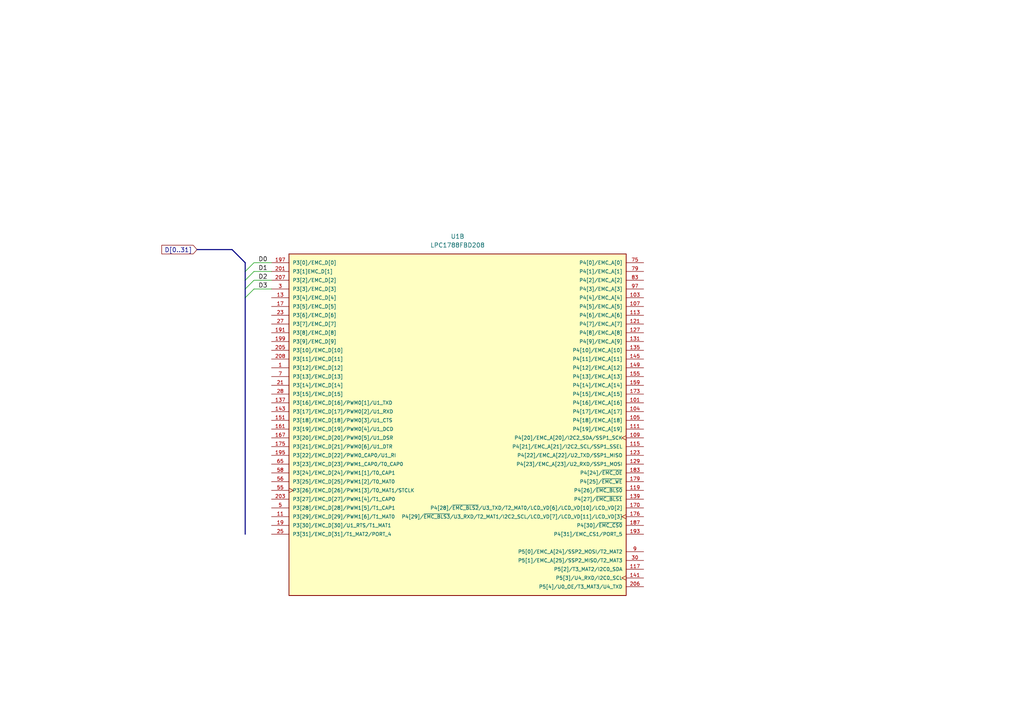
<source format=kicad_sch>
(kicad_sch (version 20231120) (generator "eeschema") (generator_version "8.0")
  (paper "A4")
  (lib_symbols
    (symbol "_MCU_NXP_LPC:LPC1788FBD208" (pin_names (offset 1.016))
      (property "Reference" "U" (at -58.5312 63.5809 0))
      (property "Value" "LPC1788FBD208" (at -58.5493 -63.6018 0))
      (symbol "LPC1788FBD208_1_0"
        (rectangle (start -83.82 -66.04) (end 83.82 60.96) (stroke (width 0.254)) (fill (type background)))
        (pin bidirectional clock (at -88.9 30.48 0) (length 5.08) (name "P0[11]/U2_RXD/I2C2_SCL/T3_MAT1") (number "100"))
        (pin bidirectional line (at 88.9 25.4 180) (length 5.08) (name "P2[13]/~{EINT3}/SD_DAT[3]/I2S_TX_SDA/LCD_VD[5]/LCD_VD[9]/LCD_VD[19]") (number "102"))
        (pin bidirectional line (at 88.9 27.94 180) (length 5.08) (name "P2[12]/~{EINT2}/SD_DAT[2]/I2S_TX_WS/LCD_VD[4]/LCD_VD[3]/LCD_VD[8]/LCD_VD[18]") (number "106"))
        (pin bidirectional clock (at 88.9 30.48 180) (length 5.08) (name "P2[11]/~{EINT1}/SD_DAT[1]/I2S_TX_SCK/LCD_CLKIN") (number "108"))
        (pin bidirectional line (at 88.9 33.02 180) (length 5.08) (name "P2[10]/~{EINT0}/~{NMI}") (number "110"))
        (pin bidirectional line (at -88.9 2.54 0) (length 5.08) (name "P0[22]/U1_RTS/SD_DAT[0]/U4_TXD/CAN_TD1") (number "116"))
        (pin bidirectional clock (at -88.9 5.08 0) (length 5.08) (name "P0[21]/U1_RI/SD_PWR/U4_OE/CAN_RD1/U4_SCLK") (number "118"))
        (pin bidirectional line (at -88.9 -7.62 0) (length 5.08) (name "P0[26]/ADC0_IN[3]/DAC_OUT/U3_RXD") (number "12"))
        (pin bidirectional clock (at -88.9 7.62 0) (length 5.08) (name "P0[20]/U1_DTR/SD_CMD/I2C1_SCL") (number "120"))
        (pin bidirectional line (at -88.9 10.16 0) (length 5.08) (name "P0[19]/U1_DSR/SD_CLK/I2C1_SDA") (number "122"))
        (pin bidirectional line (at -88.9 12.7 0) (length 5.08) (name "P0[18]/U1_DCD/SSP0_MOSI") (number "124"))
        (pin bidirectional line (at -88.9 15.24 0) (length 5.08) (name "P0[17]/U1_CTS/SSP0_MISO") (number "126"))
        (pin bidirectional clock (at -88.9 20.32 0) (length 5.08) (name "P0[15]/U1_TXD/SSP0_SCK") (number "128"))
        (pin bidirectional line (at -88.9 17.78 0) (length 5.08) (name "P0[16]/U1_RXD/SSP0_SSEL") (number "130"))
        (pin bidirectional line (at 88.9 35.56 180) (length 5.08) (name "P2[9]/USB_CONNECT1/U2_RXD/U4_RXD/ENET_MDIO/LCD_VD[3]/LCD_VD[7]") (number "132"))
        (pin bidirectional line (at 88.9 38.1 180) (length 5.08) (name "P2[8]/CAN_TD2/U2_TXD/U1_CTS/ENET_MDC/LCD_VD[2]/LCD_VD[6]") (number "134"))
        (pin bidirectional line (at 88.9 40.64 180) (length 5.08) (name "P2[7]/CAN_RD2/U1_RTS/LCD_VD[1]/LCD_VD[5]") (number "136"))
        (pin bidirectional clock (at 88.9 43.18 180) (length 5.08) (name "P2[6]/PWM1_CAP0/U1_RI/T2_CAP0/U2_OE/TRACECLK/LCD_VD[0]/LCD_VD[4]") (number "138"))
        (pin bidirectional line (at -88.9 -5.08 0) (length 5.08) (name "P0[25]/ADC0_IN[2]/I2S_RX_SDA/U3_TXD") (number "14"))
        (pin bidirectional line (at 88.9 45.72 180) (length 5.08) (name "P2[5]/PWM1[6]/U1_DTR/T2_MAT0/TRACEDATA[0]/LCD_LP") (number "140"))
        (pin bidirectional line (at 88.9 48.26 180) (length 5.08) (name "P2[4]/PWM1[5]/U1_DSR/T2_MAT1/TRACEDATA[1]/LCD_ENAB_M") (number "142"))
        (pin bidirectional line (at 88.9 50.8 180) (length 5.08) (name "P2[3]/PWM1[4]/U1_DCD/T2_MAT2/TRACEDATA[2]/LCD_FP") (number "144"))
        (pin bidirectional line (at -88.9 -58.42 0) (length 5.08) (name "P1[13]/ENET_RX_DV") (number "147"))
        (pin bidirectional clock (at 88.9 53.34 180) (length 5.08) (name "P2[2]/PWM1[3]/U1_CTS/T2_MAT3/TRACEDATA[3]/LCD_DCLK") (number "150"))
        (pin bidirectional line (at 88.9 55.88 180) (length 5.08) (name "P2[1]/PWM1[2]/U1_RXD/LCD_LE") (number "152"))
        (pin bidirectional line (at -88.9 -43.18 0) (length 5.08) (name "P1[7]/ENET_COL/SD_DAT[1]/PWM0[5]") (number "153"))
        (pin bidirectional line (at 88.9 58.42 180) (length 5.08) (name "P2[0]/PWM1[1]/U1_TXD/LCD_PWR") (number "154"))
        (pin bidirectional line (at -88.9 -38.1 0) (length 5.08) (name "P1[5]/ENET_TX_ER/SD_PWR/PWM0[3]") (number "156"))
        (pin bidirectional line (at -88.9 -55.88 0) (length 5.08) (name "P1[12]/ENET_RXD3/SD_DAT[3]/PWM0_CAP0") (number "157"))
        (pin bidirectional line (at -88.9 35.56 0) (length 5.08) (name "P0[9]/I2S_TX_SDA/SSP1_MOSI/T2_MAT3/RTC_EV2/LCD_VD[17") (number "158"))
        (pin bidirectional line (at -88.9 -2.54 0) (length 5.08) (name "P0[24]/ADC0_IN[1]/I2S_RX_WS/T3_CAP1") (number "16"))
        (pin bidirectional line (at -88.9 38.1 0) (length 5.08) (name "P0[8]/I2S_TX_WS/SSP1_MISO/T2_MAT2/RTC_EV1/LCD_VD[16]") (number "160"))
        (pin bidirectional clock (at -88.9 40.64 0) (length 5.08) (name "P0[7]/I2S_TX_SCK/SSP1_SCK/T2_MAT1/RTC_EV0/LCD_VD[9]") (number "162"))
        (pin bidirectional line (at -88.9 -53.34 0) (length 5.08) (name "P1[11]/ENET_RXD2/SD_DAT[2]/PWM0[6]") (number "163"))
        (pin bidirectional line (at -88.9 43.18 0) (length 5.08) (name "P0[6]/I2S_RX_SDA/SSP1_SSEL/T2_MAT0/U1_RTS/LCD_VD[8]") (number "164"))
        (pin bidirectional line (at -88.9 45.72 0) (length 5.08) (name "P0[5]/I2S_RX_WS/CAN_TD2/T2_CAP1/LCD_VD[1]") (number "166"))
        (pin bidirectional clock (at -88.9 48.26 0) (length 5.08) (name "P0[4]/I2S_RX_SCK/CAN_RD2/T2_CAP0/LCD_VD[0]") (number "168"))
        (pin bidirectional clock (at -88.9 -40.64 0) (length 5.08) (name "P1[6]/ENET_TX_CLK/SD_DAT[0]/PWM0[4]") (number "171"))
        (pin bidirectional line (at -88.9 -33.02 0) (length 5.08) (name "P1[3]/ENET_TXD3/SD_CMD/PWM0[2]") (number "177"))
        (pin bidirectional clock (at 88.9 -60.96 180) (length 5.08) (name "P1[17]/ENET_MDIO/I2S_RX_MCLK") (number "178"))
        (pin bidirectional clock (at -88.9 0 0) (length 5.08) (name "P0[23]/ADC0_IN[0]/I2S_RX_SCK/T3_CAP0") (number "18"))
        (pin bidirectional clock (at 88.9 -63.5 180) (length 5.08) (name "P1[16]/ENET_MDC/I2S_TX_MCLK") (number "180"))
        (pin bidirectional clock (at -88.9 -63.5 0) (length 5.08) (name "P1[15]/ENET_RX_CLK(ENET_REF_CLK)/I2C2_SDA") (number "182"))
        (pin bidirectional line (at -88.9 -60.96 0) (length 5.08) (name "P1[14]/ENET_RX_ER/T2_CAP0") (number "184"))
        (pin bidirectional clock (at -88.9 -30.48 0) (length 5.08) (name "P1[2]/ENET_TXD2/SD_CLK/PWM0[1]") (number "185"))
        (pin bidirectional line (at -88.9 -50.8 0) (length 5.08) (name "P1[10]/ENET_RXD1/T3_CAP0") (number "186"))
        (pin bidirectional line (at -88.9 -48.26 0) (length 5.08) (name "P1[9]/ENET_RXD0/T3_MAT0") (number "188"))
        (pin bidirectional line (at -88.9 -45.72 0) (length 5.08) (name "P1[8]/ENET_CRS(ENET_CRS_DV)/T3_MAT1/SSP2_SSEL") (number "190"))
        (pin bidirectional line (at -88.9 -35.56 0) (length 5.08) (name "P1[4]/ENET_TX_EN/T3_MAT2/SSP2_MISO") (number "192"))
        (pin bidirectional line (at -88.9 -27.94 0) (length 5.08) (name "P1[1]/ENET_TXD1/T3_MAT3/SSP2_MOSI") (number "194"))
        (pin bidirectional clock (at -88.9 -25.4 0) (length 5.08) (name "P1[0]/ENET_TXD0/T3_CAP1/SSP2_SCK") (number "196"))
        (pin bidirectional line (at -88.9 53.34 0) (length 5.08) (name "P0[2]/U0_TXD/U3_TXD///") (number "202"))
        (pin bidirectional line (at -88.9 50.8 0) (length 5.08) (name "P0[3]/U0_RXD/U3_RXD") (number "204"))
        (pin bidirectional line (at 88.9 -17.78 180) (length 5.08) (name "P2[30]/EMC_DQM2/I2C2_SDA/T3_MAT2") (number "31"))
        (pin bidirectional line (at 88.9 -20.32 180) (length 5.08) (name "P2[31]/EMC_DQM3/I2C2_SCL/T3_MAT3/PORT_3") (number "39"))
        (pin bidirectional clock (at 88.9 -25.4 180) (length 5.08) (name "P1[31]/~{USB_OVRCR2}/SSP1_SCK/ADC0_IN[5]/I2C0_SCL/PORT_2") (number "40"))
        (pin bidirectional line (at -88.9 27.94 0) (length 5.08) (name "P0[12]/~{USB_PPWR2}/SSP1_MISO/ADC0_IN[6]") (number "41"))
        (pin bidirectional line (at 88.9 -27.94 180) (length 5.08) (name "P1[30]/USB_PWRD2/USB_VBUS/ADC0_IN[4]/I2C0_SDA/U3_OE") (number "42"))
        (pin bidirectional line (at 88.9 -15.24 180) (length 5.08) (name "P2[29]/EMC_DQM1") (number "43"))
        (pin bidirectional line (at -88.9 25.4 0) (length 5.08) (name "P0[13]/USB_UP_LED2/SSP1_MOSI/ADC0_IN[7]") (number "45"))
        (pin bidirectional line (at 88.9 -10.16 180) (length 5.08) (name "P2[27]/EMC_CKE3/SSP0_MOSI/T3_MAT1") (number "47"))
        (pin bidirectional clock (at -88.9 -12.7 0) (length 5.08) (name "P0[28]/I2C0_SCL/USB_SCL1") (number "48"))
        (pin bidirectional line (at 88.9 -12.7 180) (length 5.08) (name "P2[28]/EMC_DQM0") (number "49"))
        (pin bidirectional line (at -88.9 -10.16 0) (length 5.08) (name "P0[27]/I2C0_SDA/USB_SDA1") (number "50"))
        (pin bidirectional line (at -88.9 -20.32 0) (length 5.08) (name "P0[31]/USB_D+2/PORT_1") (number "51"))
        (pin bidirectional line (at 88.9 -2.54 180) (length 5.08) (name "P2[24]/EMC_CKE0") (number "53"))
        (pin bidirectional line (at 88.9 -5.08 180) (length 5.08) (name "P2[25]/EMC_CKE1") (number "54"))
        (pin bidirectional line (at 88.9 -7.62 180) (length 5.08) (name "P2[26]/EMC_CKE2/SSP0_MISO/T3_MAT0") (number "57"))
        (pin bidirectional clock (at 88.9 12.7 180) (length 5.08) (name "P2[18]/EMC_CLK[0]") (number "59"))
        (pin bidirectional line (at -88.9 -15.24 0) (length 5.08) (name "P0[29]/USB_D+1/~{EINT0}/") (number "61"))
        (pin bidirectional line (at -88.9 -17.78 0) (length 5.08) (name "P0[30]/USB_D1-1/~{EINT1}") (number "62"))
        (pin bidirectional line (at 88.9 0 180) (length 5.08) (name "P2[23]/~{EMC_DYCS3}/SSP0_SSEL/T3_CAP1") (number "64"))
        (pin bidirectional line (at 88.9 -58.42 180) (length 5.08) (name "P1[18]/USB_UP_LED1/PWM1[1]/T1_CAP0/SSP1_MISO") (number "66"))
        (pin bidirectional clock (at 88.9 10.16 180) (length 5.08) (name "P2[19]/EMC_CLK[1]") (number "67"))
        (pin bidirectional line (at 88.9 -55.88 180) (length 5.08) (name "P1[19]/~{USB_TX_E1}/~{USB_PPWR1}/T1_CAP1/MC_0A/SSP1_SCK/U2_OE") (number "68"))
        (pin bidirectional line (at -88.9 22.86 0) (length 5.08) (name "P0[14]/~{USB_HSTEN2}/SSP1_SSEL/USB_CONNECT2//") (number "69"))
        (pin bidirectional clock (at 88.9 -53.34 180) (length 5.08) (name "P1[20]/USB_TX_DP1/PWM1[2]/QEI_PHA/MC_FB0/SSP0_SCK/LCD_VD[6]/LCD_VD[10]") (number "70"))
        (pin bidirectional line (at 88.9 -50.8 180) (length 5.08) (name "P1[21]/USB_TX_DM1/PWM1[3]/SSP0_SSEL/~{MC_ABORT}/LCD_VD[7]/LCD_VD[11]") (number "72"))
        (pin bidirectional line (at 88.9 7.62 180) (length 5.08) (name "P2[20]/~{EMC_DYCS0}") (number "73"))
        (pin bidirectional line (at 88.9 -48.26 180) (length 5.08) (name "P1[22]/USB_RCV1/USB_PWRD1/T1_MAT0/MC_0B/SSP1_MOSI/LCD_VD[8]/LCD_VD[12]") (number "74"))
        (pin bidirectional line (at 88.9 -45.72 180) (length 5.08) (name "P1[23]/USB_RX_DP1/PWM1[4]/QEI_PHB/MC_FB1/SSP0_MISO/LCD_VD[9]/LCD_VD[13]") (number "76"))
        (pin bidirectional line (at 88.9 -43.18 180) (length 5.08) (name "P1[24]/USB_RX_DM1/PWM1[5]/QEI_IDX/MC_FB2/SSP0_MOSI/LCD_VD[10]/LCD_VD[14]") (number "78"))
        (pin bidirectional clock (at 88.9 -40.64 180) (length 5.08) (name "P1[25]/~{USB_LS1}/~{USB_HSTEN1}/T1_MAT1/MC_1A/CLKOUT/LCD_VD[11]/LCD_VD[15]") (number "80"))
        (pin bidirectional line (at 88.9 5.08 180) (length 5.08) (name "P2[21]/~{EMC_DYCS1}") (number "81"))
        (pin bidirectional line (at 88.9 -38.1 180) (length 5.08) (name "P1[26]/~{USB_SSPND1}/PWM1[6]/T0_CAP0/MC_1B/SSP1_SSEL/LCD_VD[12]/LCD_VD[20]") (number "82"))
        (pin bidirectional clock (at 88.9 2.54 180) (length 5.08) (name "P2[22]/~{EMC_DYCS2}/SSP0_SCK/T3_CAP0") (number "85"))
        (pin bidirectional line (at 88.9 17.78 180) (length 5.08) (name "P2[16]/~{EMC_CAS}") (number "87"))
        (pin bidirectional clock (at 88.9 -35.56 180) (length 5.08) (name "P1[27]/~{USB_INT1}/~{USB_OVRCR1}/T0_CAP1/CLKOUT/LCD_VD[13]/LCD_VD[21]") (number "88"))
        (pin bidirectional line (at 88.9 -33.02 180) (length 5.08) (name "P1[28]/USB_SCL1/PWM1_CAP0/T0_MAT0/MC_2A/SSP0_SSEL/LCD_VD[14]/LCD_VD[22]") (number "90"))
        (pin bidirectional line (at 88.9 22.86 180) (length 5.08) (name "P2[14]/~{EMC_CS2}/I2C1_SDA/T2_CAP0") (number "91"))
        (pin bidirectional line (at 88.9 -30.48 180) (length 5.08) (name "P1[29]/USB_SDA1/PWM1_CAP1/T0_MAT1/MC_2B/U4_TXD/LCD_VD[15]/LCD_VD[23]") (number "92"))
        (pin bidirectional line (at -88.9 58.42 0) (length 5.08) (name "P0[0]/CAN_RD1/U3_TXD/I2C1_SDA/U0_TXD") (number "94"))
        (pin bidirectional line (at 88.9 15.24 180) (length 5.08) (name "P2[17]/~{EMC_RAS}") (number "95"))
        (pin bidirectional line (at -88.9 55.88 0) (length 5.08) (name "P0[1]/CAN_TD1/U3_RXD/I2C1_SCL/U0_RXD") (number "96"))
        (pin bidirectional line (at -88.9 33.02 0) (length 5.08) (name "P0[10]/U2_TXD/I2C2_SDA/T3_MAT0") (number "98"))
        (pin bidirectional clock (at 88.9 20.32 180) (length 5.08) (name "P2[15]/~{EMC_CS3}/I2C1_SCL/T2_CAP1") (number "99"))
      )
      (symbol "LPC1788FBD208_2_0"
        (rectangle (start -50.8 50.8) (end 46.99 -48.26) (stroke (width 0.254)) (fill (type background)))
        (pin bidirectional line (at -55.88 17.78 0) (length 5.08) (name "P3[12]/EMC_D[12]") (number "1"))
        (pin bidirectional line (at 52.07 7.62 180) (length 5.08) (name "P4[16]/EMC_A[16]") (number "101"))
        (pin bidirectional line (at 52.07 38.1 180) (length 5.08) (name "P4[4]/EMC_A[4]") (number "103"))
        (pin bidirectional line (at 52.07 5.08 180) (length 5.08) (name "P4[17]/EMC_A[17]") (number "104"))
        (pin bidirectional line (at 52.07 2.54 180) (length 5.08) (name "P4[18]/EMC_A[18]") (number "105"))
        (pin bidirectional line (at 52.07 35.56 180) (length 5.08) (name "P4[5]/EMC_A[5]") (number "107"))
        (pin bidirectional clock (at 52.07 -2.54 180) (length 5.08) (name "P4[20]/EMC_A[20]/I2C2_SDA/SSP1_SCK") (number "109"))
        (pin bidirectional line (at -55.88 -25.4 0) (length 5.08) (name "P3[29]/EMC_D[29]/PWM1[6]/T1_MAT0") (number "11"))
        (pin bidirectional line (at 52.07 0 180) (length 5.08) (name "P4[19]/EMC_A[19]") (number "111"))
        (pin bidirectional line (at 52.07 33.02 180) (length 5.08) (name "P4[6]/EMC_A[6]") (number "113"))
        (pin bidirectional line (at 52.07 -5.08 180) (length 5.08) (name "P4[21]/EMC_A[21]/I2C2_SCL/SSP1_SSEL") (number "115"))
        (pin bidirectional line (at 52.07 -40.64 180) (length 5.08) (name "P5[2]/T3_MAT2/I2C0_SDA") (number "117"))
        (pin bidirectional line (at 52.07 -17.78 180) (length 5.08) (name "P4[26]/~{EMC_BLS0}") (number "119"))
        (pin bidirectional line (at 52.07 30.48 180) (length 5.08) (name "P4[7]/EMC_A[7]") (number "121"))
        (pin bidirectional line (at 52.07 -7.62 180) (length 5.08) (name "P4[22]/EMC_A[22]/U2_TXD/SSP1_MISO") (number "123"))
        (pin bidirectional line (at 52.07 27.94 180) (length 5.08) (name "P4[8]/EMC_A[8]") (number "127"))
        (pin bidirectional line (at 52.07 -10.16 180) (length 5.08) (name "P4[23]/EMC_A[23]/U2_RXD/SSP1_MOSI") (number "129"))
        (pin bidirectional line (at -55.88 38.1 0) (length 5.08) (name "P3[4]/EMC_D[4]") (number "13"))
        (pin bidirectional line (at 52.07 25.4 180) (length 5.08) (name "P4[9]/EMC_A[9]") (number "131"))
        (pin bidirectional line (at 52.07 22.86 180) (length 5.08) (name "P4[10]/EMC_A[10]") (number "135"))
        (pin bidirectional line (at -55.88 7.62 0) (length 5.08) (name "P3[16]/EMC_D[16]/PWM0[1]/U1_TXD") (number "137"))
        (pin bidirectional line (at 52.07 -20.32 180) (length 5.08) (name "P4[27]/~{EMC_BLS1}") (number "139"))
        (pin bidirectional clock (at 52.07 -43.18 180) (length 5.08) (name "P5[3]/U4_RXD/I2C0_SCL") (number "141"))
        (pin bidirectional line (at -55.88 5.08 0) (length 5.08) (name "P3[17]/EMC_D[17]/PWM0[2]/U1_RXD") (number "143"))
        (pin bidirectional line (at 52.07 20.32 180) (length 5.08) (name "P4[11]/EMC_A[11]") (number "145"))
        (pin bidirectional line (at 52.07 17.78 180) (length 5.08) (name "P4[12]/EMC_A[12]") (number "149"))
        (pin bidirectional line (at -55.88 2.54 0) (length 5.08) (name "P3[18]/EMC_D[18]/PWM0[3]/U1_CTS") (number "151"))
        (pin bidirectional line (at 52.07 15.24 180) (length 5.08) (name "P4[13]/EMC_A[13]") (number "155"))
        (pin bidirectional line (at 52.07 12.7 180) (length 5.08) (name "P4[14]/EMC_A[14]") (number "159"))
        (pin bidirectional line (at -55.88 0 0) (length 5.08) (name "P3[19]/EMC_D[19]/PWM0[4]/U1_DCD") (number "161"))
        (pin bidirectional line (at -55.88 -2.54 0) (length 5.08) (name "P3[20]/EMC_D[20]/PWM0[5]/U1_DSR") (number "167"))
        (pin bidirectional line (at -55.88 35.56 0) (length 5.08) (name "P3[5]/EMC_D[5]") (number "17"))
        (pin bidirectional line (at 52.07 -22.86 180) (length 5.08) (name "P4[28]/~{EMC_BLS2}/U3_TXD/T2_MAT0/LCD_VD[6]/LCD_VD[10]/LCD_VD[2]") (number "170"))
        (pin bidirectional line (at 52.07 10.16 180) (length 5.08) (name "P4[15]/EMC_A[15]") (number "173"))
        (pin bidirectional line (at -55.88 -5.08 0) (length 5.08) (name "P3[21]/EMC_D[21]/PWM0[6]/U1_DTR") (number "175"))
        (pin bidirectional clock (at 52.07 -25.4 180) (length 5.08) (name "P4[29]/~{EMC_BLS3}/U3_RXD/T2_MAT1/I2C2_SCL/LCD_VD[7]/LCD_VD[11]/LCD_VD[3]") (number "176"))
        (pin bidirectional line (at 52.07 -15.24 180) (length 5.08) (name "P4[25]/~{EMC_WE}") (number "179"))
        (pin bidirectional line (at 52.07 -12.7 180) (length 5.08) (name "P4[24]/~{EMC_OE}") (number "183"))
        (pin bidirectional line (at 52.07 -27.94 180) (length 5.08) (name "P4[30]/~{EMC_CS0}") (number "187"))
        (pin bidirectional line (at -55.88 -27.94 0) (length 5.08) (name "P3[30]/EMC_D[30]/U1_RTS/T1_MAT1") (number "19"))
        (pin bidirectional line (at -55.88 27.94 0) (length 5.08) (name "P3[8]/EMC_D[8]") (number "191"))
        (pin bidirectional line (at 52.07 -30.48 180) (length 5.08) (name "P4[31]/EMC_CS1/PORT_5") (number "193"))
        (pin bidirectional line (at -55.88 -7.62 0) (length 5.08) (name "P3[22]/EMC_D[22]/PWM0_CAP0/U1_RI") (number "195"))
        (pin bidirectional line (at -55.88 48.26 0) (length 5.08) (name "P3[0]/EMC_D[0]") (number "197"))
        (pin bidirectional line (at -55.88 25.4 0) (length 5.08) (name "P3[9]/EMC_D[9]") (number "199"))
        (pin bidirectional line (at -55.88 45.72 0) (length 5.08) (name "P3[1]EMC_D[1]") (number "201"))
        (pin bidirectional line (at -55.88 -20.32 0) (length 5.08) (name "P3[27]/EMC_D[27]/PWM1[4]/T1_CAP0") (number "203"))
        (pin bidirectional line (at -55.88 22.86 0) (length 5.08) (name "P3[10]/EMC_D[10]") (number "205"))
        (pin bidirectional line (at 52.07 -45.72 180) (length 5.08) (name "P5[4]/U0_OE/T3_MAT3/U4_TXD") (number "206"))
        (pin bidirectional line (at -55.88 43.18 0) (length 5.08) (name "P3[2]/EMC_D[2]") (number "207"))
        (pin bidirectional line (at -55.88 20.32 0) (length 5.08) (name "P3[11]/EMC_D[11]") (number "208"))
        (pin bidirectional line (at -55.88 12.7 0) (length 5.08) (name "P3[14]/EMC_D[14]") (number "21"))
        (pin bidirectional line (at -55.88 33.02 0) (length 5.08) (name "P3[6]/EMC_D[6]") (number "23"))
        (pin bidirectional line (at -55.88 -30.48 0) (length 5.08) (name "P3[31]/EMC_D[31]/T1_MAT2/PORT_4") (number "25"))
        (pin bidirectional line (at -55.88 30.48 0) (length 5.08) (name "P3[7]/EMC_D[7]") (number "27"))
        (pin bidirectional line (at -55.88 10.16 0) (length 5.08) (name "P3[15]/EMC_D[15]") (number "28"))
        (pin bidirectional line (at -55.88 40.64 0) (length 5.08) (name "P3[3]/EMC_D[3]") (number "3"))
        (pin bidirectional line (at 52.07 -38.1 180) (length 5.08) (name "P5[1]/EMC_A[25]/SSP2_MISO/T2_MAT3") (number "30"))
        (pin bidirectional line (at -55.88 -22.86 0) (length 5.08) (name "P3[28]/EMC_D[28]/PWM1[5]/T1_CAP1") (number "5"))
        (pin bidirectional clock (at -55.88 -17.78 0) (length 5.08) (name "P3[26]/EMC_D[26]/PWM1[3]/T0_MAT1/STCLK") (number "55"))
        (pin bidirectional line (at -55.88 -15.24 0) (length 5.08) (name "P3[25]/EMC_D[25]/PWM1[2]/T0_MAT0") (number "56"))
        (pin bidirectional line (at -55.88 -12.7 0) (length 5.08) (name "P3[24]/EMC_D[24]/PWM1[1]/T0_CAP1") (number "58"))
        (pin bidirectional line (at -55.88 -10.16 0) (length 5.08) (name "P3[23]/EMC_D[23]/PWM1_CAP0/T0_CAP0") (number "65"))
        (pin bidirectional line (at -55.88 15.24 0) (length 5.08) (name "P3[13]/EMC_D[13]") (number "7"))
        (pin bidirectional line (at 52.07 48.26 180) (length 5.08) (name "P4[0]/EMC_A[0]") (number "75"))
        (pin bidirectional line (at 52.07 45.72 180) (length 5.08) (name "P4[1]/EMC_A[1]") (number "79"))
        (pin bidirectional line (at 52.07 43.18 180) (length 5.08) (name "P4[2]/EMC_A[2]") (number "83"))
        (pin bidirectional line (at 52.07 -35.56 180) (length 5.08) (name "P5[0]/EMC_A[24]/SSP2_MOSI/T2_MAT2") (number "9"))
        (pin bidirectional line (at 52.07 40.64 180) (length 5.08) (name "P4[3]/EMC_A[3]") (number "97"))
      )
      (symbol "LPC1788FBD208_3_0"
        (rectangle (start -22.86 -27.94) (end 20.32 22.86) (stroke (width 0.254)) (fill (type background)))
        (pin input clock (at -27.94 -2.54 0) (length 5.08) (name "JTAG_TCK(SWDCLK)") (number "10"))
        (pin power_in line (at 25.4 17.78 180) (length 5.08) (name "VDD(3V3)") (number "112"))
        (pin power_in line (at 25.4 -20.32 180) (length 5.08) (name "VSS") (number "114"))
        (pin power_in line (at 25.4 17.78 180) (length 5.08) (name "VDD(3V3)") (number "125"))
        (pin power_in line (at 25.4 -20.32 180) (length 5.08) (name "VSS") (number "133"))
        (pin power_in line (at 25.4 17.78 180) (length 5.08) (name "VDD(3V3)") (number "146"))
        (pin power_in line (at 25.4 -20.32 180) (length 5.08) (name "VSS") (number "148"))
        (pin power_in line (at 25.4 17.78 180) (length 5.08) (name "VDD(3V3)") (number "15"))
        (pin power_in line (at 25.4 17.78 180) (length 5.08) (name "VDD(3V3)") (number "165"))
        (pin power_in line (at 25.4 -20.32 180) (length 5.08) (name "VSS") (number "169"))
        (pin power_in line (at 25.4 -25.4 180) (length 5.08) (name "VSSREG") (number "172"))
        (pin power_in line (at 25.4 20.32 180) (length 5.08) (name "VDD(REG)(3V3)") (number "174"))
        (pin power_in line (at 25.4 17.78 180) (length 5.08) (name "VDD(3V3)") (number "181"))
        (pin power_in line (at 25.4 -20.32 180) (length 5.08) (name "VSS") (number "189"))
        (pin power_in line (at 25.4 17.78 180) (length 5.08) (name "VDD(3V3)") (number "198"))
        (pin output line (at 25.4 5.08 180) (length 5.08) (name "JTAG_TDO(SWO)") (number "2"))
        (pin power_in line (at 25.4 15.24 180) (length 5.08) (name "VDDA") (number "20"))
        (pin power_in line (at 25.4 -20.32 180) (length 5.08) (name "VSS") (number "200"))
        (pin power_in line (at 25.4 -22.86 180) (length 5.08) (name "VSSA") (number "22"))
        (pin power_in line (at 25.4 12.7 180) (length 5.08) (name "VREFP") (number "24"))
        (pin power_in line (at 25.4 20.32 180) (length 5.08) (name "VDD(REG)(3V3)") (number "26"))
        (pin output line (at 25.4 7.62 180) (length 5.08) (name "~{RSTOUT}") (number "29"))
        (pin power_in line (at 25.4 -25.4 180) (length 5.08) (name "VSSREG") (number "32"))
        (pin power_in line (at 25.4 -20.32 180) (length 5.08) (name "VSS") (number "33"))
        (pin input line (at -27.94 -5.08 0) (length 5.08) (name "RTCX1") (number "34"))
        (pin input line (at -27.94 7.62 0) (length 5.08) (name "~{RESET}") (number "35"))
        (pin output line (at 25.4 -5.08 180) (length 5.08) (name "RTCX2") (number "36"))
        (pin output line (at 25.4 2.54 180) (length 5.08) (name "RTC_ALARM") (number "37"))
        (pin input line (at -27.94 -10.16 0) (length 5.08) (name "VBAT") (number "38"))
        (pin input line (at -27.94 5.08 0) (length 5.08) (name "JTAG_TDI") (number "4"))
        (pin input line (at -27.94 -7.62 0) (length 5.08) (name "XTAL1") (number "44"))
        (pin output line (at 25.4 -7.62 180) (length 5.08) (name "XTAL2") (number "46"))
        (pin bidirectional line (at -27.94 -15.24 0) (length 5.08) (name "USB_D-2") (number "52"))
        (pin input line (at -27.94 2.54 0) (length 5.08) (name "JTAG_TMS(SWDIO)") (number "6"))
        (pin power_in line (at 25.4 17.78 180) (length 5.08) (name "VDD(3V3)") (number "60"))
        (pin power_in line (at 25.4 -20.32 180) (length 5.08) (name "VSS") (number "63"))
        (pin power_in line (at 25.4 17.78 180) (length 5.08) (name "VDD(3V3)") (number "71"))
        (pin power_in line (at 25.4 -20.32 180) (length 5.08) (name "VSS") (number "77"))
        (pin input line (at -27.94 0 0) (length 5.08) (name "JTAG_~{TRST}") (number "8"))
        (pin power_in line (at 25.4 -25.4 180) (length 5.08) (name "VSSREG") (number "84"))
        (pin power_in line (at 25.4 20.32 180) (length 5.08) (name "VDD(REG)(3V3)") (number "86"))
        (pin power_in line (at 25.4 17.78 180) (length 5.08) (name "VDD(3V3)") (number "89"))
        (pin power_in line (at 25.4 -20.32 180) (length 5.08) (name "VSS") (number "93"))
      )
    )
  )
  (bus_entry (at 71.12 86.36) (size 2.54 -2.54))
  (bus_entry (at 71.12 78.74) (size 2.54 -2.54))
  (bus_entry (at 71.12 83.82) (size 2.54 -2.54))
  (bus_entry (at 71.12 81.28) (size 2.54 -2.54))
  (wire (pts (xy 73.66 76.2) (xy 78.74 76.2)))
  (bus (pts (xy 71.12 83.82) (xy 71.12 81.28)))
  (bus (pts (xy 71.12 76.2) (xy 67.31 72.39)))
  (wire (pts (xy 73.66 81.28) (xy 78.74 81.28)))
  (wire (pts (xy 73.66 83.82) (xy 78.74 83.82)))
  (bus (pts (xy 57.15 72.39) (xy 67.31 72.39)))
  (wire (pts (xy 73.66 78.74) (xy 78.74 78.74)))
  (bus (pts (xy 71.12 154.94) (xy 71.12 86.36)))
  (bus (pts (xy 71.12 76.2) (xy 71.12 78.74)))
  (bus (pts (xy 71.12 78.74) (xy 71.12 81.28)))
  (bus (pts (xy 71.12 86.36) (xy 71.12 83.82)))
  (label "D1" (at 74.93 78.74 0))
  (label "D2" (at 74.93 81.28 0))
  (label "D0" (at 74.93 76.2 0))
  (label "D3" (at 74.93 83.82 0))
  (global_label "D[0..31]" (shape input) (at 57.15 72.39 180) (property "Intersheetrefs" "${INTERSHEET_REFS}" (effects (hide yes))))
  (symbol (lib_id "_MCU_NXP_LPC:LPC1788FBD208") (at 134.62 124.46 0) (unit 2)
    (property "Reference" "U1" (at 132.715 68.58 0))
    (property "Value" "LPC1788FBD208" (at 132.715 71.12 0))
    (property "Footprint" "LPC1788FBD208:QFP50P3000X3000X160-208N" (effects (hide yes)))
    (property "MF" "NXP USA" (effects (hide yes)))
    (property "Description_1" "\nARM® Cortex®-M3 LPC17xx Microcontroller IC 32-Bit 120MHz 512KB (512K x 8) FLASH 208-LQFP (28x28)\n" (effects (hide yes)))
    (property "Package" "QFP-208 NXP" (effects (hide yes)))
    (property "Price" "None" (effects (hide yes)))
    (property "Check_prices" "https://www.snapeda.com/parts/LPC1788FBD208/NXP+USA+Inc./view-part/?ref=eda" (effects (hide yes)))
    (property "STANDARD" "IPC-7351B" (effects (hide yes)))
    (property "PARTREV" "4.1" (effects (hide yes)))
    (property "SnapEDA_Link" "https://www.snapeda.com/parts/LPC1788FBD208/NXP+USA+Inc./view-part/?ref=snap" (effects (hide yes)))
    (property "MP" "LPC1788FBD208" (effects (hide yes)))
    (property "Availability" "Not in stock" (effects (hide yes)))
    (property "MANUFACTURER" "NXP" (effects (hide yes)))
  )
  (symbol (lib_id "_MCU_NXP_LPC:LPC1788FBD208") (at -140.97 6.35 0) (unit 1)
    (property "Reference" "U2" (at -140.97 -58.42 0))
    (property "Value" "LPC1788FBD208" (at -140.97 -55.88 0))
    (property "Footprint" "LPC1788FBD208:QFP50P3000X3000X160-208N" (effects (hide yes)))
    (property "MF" "NXP USA" (effects (hide yes)))
    (property "Description_1" "\nARM® Cortex®-M3 LPC17xx Microcontroller IC 32-Bit 120MHz 512KB (512K x 8) FLASH 208-LQFP (28x28)\n" (effects (hide yes)))
    (property "Package" "QFP-208 NXP" (effects (hide yes)))
    (property "Price" "None" (effects (hide yes)))
    (property "Check_prices" "https://www.snapeda.com/parts/LPC1788FBD208/NXP+USA+Inc./view-part/?ref=eda" (effects (hide yes)))
    (property "STANDARD" "IPC-7351B" (effects (hide yes)))
    (property "PARTREV" "4.1" (effects (hide yes)))
    (property "SnapEDA_Link" "https://www.snapeda.com/parts/LPC1788FBD208/NXP+USA+Inc./view-part/?ref=snap" (effects (hide yes)))
    (property "MP" "LPC1788FBD208" (effects (hide yes)))
    (property "Availability" "Not in stock" (effects (hide yes)))
    (property "MANUFACTURER" "NXP" (effects (hide yes)))
  )
  (symbol (lib_id "_MCU_NXP_LPC:LPC1788FBD208") (at -85.09 154.94 0) (unit 3)
    (property "Reference" "U2" (at -86.36 127 0))
    (property "Value" "LPC1788FBD208" (at -86.36 129.54 0))
    (property "Footprint" "LPC1788FBD208:QFP50P3000X3000X160-208N" (effects (hide yes)))
    (property "MF" "NXP USA" (effects (hide yes)))
    (property "Description_1" "\nARM® Cortex®-M3 LPC17xx Microcontroller IC 32-Bit 120MHz 512KB (512K x 8) FLASH 208-LQFP (28x28)\n" (effects (hide yes)))
    (property "Package" "QFP-208 NXP" (effects (hide yes)))
    (property "Price" "None" (effects (hide yes)))
    (property "Check_prices" "https://www.snapeda.com/parts/LPC1788FBD208/NXP+USA+Inc./view-part/?ref=eda" (effects (hide yes)))
    (property "STANDARD" "IPC-7351B" (effects (hide yes)))
    (property "PARTREV" "4.1" (effects (hide yes)))
    (property "SnapEDA_Link" "https://www.snapeda.com/parts/LPC1788FBD208/NXP+USA+Inc./view-part/?ref=snap" (effects (hide yes)))
    (property "MP" "LPC1788FBD208" (effects (hide yes)))
    (property "Availability" "Not in stock" (effects (hide yes)))
    (property "MANUFACTURER" "NXP" (effects (hide yes)))
  )
)
</source>
